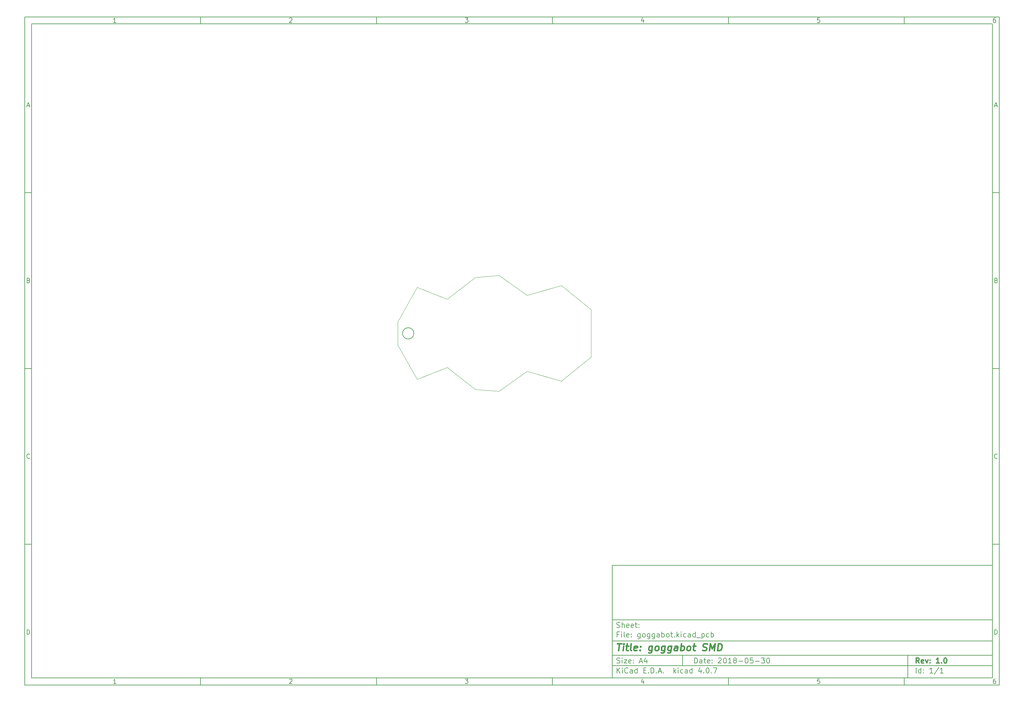
<source format=gbr>
G04 #@! TF.FileFunction,Profile,NP*
%FSLAX46Y46*%
G04 Gerber Fmt 4.6, Leading zero omitted, Abs format (unit mm)*
G04 Created by KiCad (PCBNEW 4.0.7) date 2018 May 30, Wednesday 19:48:18*
%MOMM*%
%LPD*%
G01*
G04 APERTURE LIST*
%ADD10C,0.100000*%
%ADD11C,0.150000*%
%ADD12C,0.300000*%
%ADD13C,0.400000*%
G04 APERTURE END LIST*
D10*
D11*
X177002200Y-166007200D02*
X177002200Y-198007200D01*
X285002200Y-198007200D01*
X285002200Y-166007200D01*
X177002200Y-166007200D01*
D10*
D11*
X10000000Y-10000000D02*
X10000000Y-200007200D01*
X287002200Y-200007200D01*
X287002200Y-10000000D01*
X10000000Y-10000000D01*
D10*
D11*
X12000000Y-12000000D02*
X12000000Y-198007200D01*
X285002200Y-198007200D01*
X285002200Y-12000000D01*
X12000000Y-12000000D01*
D10*
D11*
X60000000Y-12000000D02*
X60000000Y-10000000D01*
D10*
D11*
X110000000Y-12000000D02*
X110000000Y-10000000D01*
D10*
D11*
X160000000Y-12000000D02*
X160000000Y-10000000D01*
D10*
D11*
X210000000Y-12000000D02*
X210000000Y-10000000D01*
D10*
D11*
X260000000Y-12000000D02*
X260000000Y-10000000D01*
D10*
D11*
X35990476Y-11588095D02*
X35247619Y-11588095D01*
X35619048Y-11588095D02*
X35619048Y-10288095D01*
X35495238Y-10473810D01*
X35371429Y-10597619D01*
X35247619Y-10659524D01*
D10*
D11*
X85247619Y-10411905D02*
X85309524Y-10350000D01*
X85433333Y-10288095D01*
X85742857Y-10288095D01*
X85866667Y-10350000D01*
X85928571Y-10411905D01*
X85990476Y-10535714D01*
X85990476Y-10659524D01*
X85928571Y-10845238D01*
X85185714Y-11588095D01*
X85990476Y-11588095D01*
D10*
D11*
X135185714Y-10288095D02*
X135990476Y-10288095D01*
X135557143Y-10783333D01*
X135742857Y-10783333D01*
X135866667Y-10845238D01*
X135928571Y-10907143D01*
X135990476Y-11030952D01*
X135990476Y-11340476D01*
X135928571Y-11464286D01*
X135866667Y-11526190D01*
X135742857Y-11588095D01*
X135371429Y-11588095D01*
X135247619Y-11526190D01*
X135185714Y-11464286D01*
D10*
D11*
X185866667Y-10721429D02*
X185866667Y-11588095D01*
X185557143Y-10226190D02*
X185247619Y-11154762D01*
X186052381Y-11154762D01*
D10*
D11*
X235928571Y-10288095D02*
X235309524Y-10288095D01*
X235247619Y-10907143D01*
X235309524Y-10845238D01*
X235433333Y-10783333D01*
X235742857Y-10783333D01*
X235866667Y-10845238D01*
X235928571Y-10907143D01*
X235990476Y-11030952D01*
X235990476Y-11340476D01*
X235928571Y-11464286D01*
X235866667Y-11526190D01*
X235742857Y-11588095D01*
X235433333Y-11588095D01*
X235309524Y-11526190D01*
X235247619Y-11464286D01*
D10*
D11*
X285866667Y-10288095D02*
X285619048Y-10288095D01*
X285495238Y-10350000D01*
X285433333Y-10411905D01*
X285309524Y-10597619D01*
X285247619Y-10845238D01*
X285247619Y-11340476D01*
X285309524Y-11464286D01*
X285371429Y-11526190D01*
X285495238Y-11588095D01*
X285742857Y-11588095D01*
X285866667Y-11526190D01*
X285928571Y-11464286D01*
X285990476Y-11340476D01*
X285990476Y-11030952D01*
X285928571Y-10907143D01*
X285866667Y-10845238D01*
X285742857Y-10783333D01*
X285495238Y-10783333D01*
X285371429Y-10845238D01*
X285309524Y-10907143D01*
X285247619Y-11030952D01*
D10*
D11*
X60000000Y-198007200D02*
X60000000Y-200007200D01*
D10*
D11*
X110000000Y-198007200D02*
X110000000Y-200007200D01*
D10*
D11*
X160000000Y-198007200D02*
X160000000Y-200007200D01*
D10*
D11*
X210000000Y-198007200D02*
X210000000Y-200007200D01*
D10*
D11*
X260000000Y-198007200D02*
X260000000Y-200007200D01*
D10*
D11*
X35990476Y-199595295D02*
X35247619Y-199595295D01*
X35619048Y-199595295D02*
X35619048Y-198295295D01*
X35495238Y-198481010D01*
X35371429Y-198604819D01*
X35247619Y-198666724D01*
D10*
D11*
X85247619Y-198419105D02*
X85309524Y-198357200D01*
X85433333Y-198295295D01*
X85742857Y-198295295D01*
X85866667Y-198357200D01*
X85928571Y-198419105D01*
X85990476Y-198542914D01*
X85990476Y-198666724D01*
X85928571Y-198852438D01*
X85185714Y-199595295D01*
X85990476Y-199595295D01*
D10*
D11*
X135185714Y-198295295D02*
X135990476Y-198295295D01*
X135557143Y-198790533D01*
X135742857Y-198790533D01*
X135866667Y-198852438D01*
X135928571Y-198914343D01*
X135990476Y-199038152D01*
X135990476Y-199347676D01*
X135928571Y-199471486D01*
X135866667Y-199533390D01*
X135742857Y-199595295D01*
X135371429Y-199595295D01*
X135247619Y-199533390D01*
X135185714Y-199471486D01*
D10*
D11*
X185866667Y-198728629D02*
X185866667Y-199595295D01*
X185557143Y-198233390D02*
X185247619Y-199161962D01*
X186052381Y-199161962D01*
D10*
D11*
X235928571Y-198295295D02*
X235309524Y-198295295D01*
X235247619Y-198914343D01*
X235309524Y-198852438D01*
X235433333Y-198790533D01*
X235742857Y-198790533D01*
X235866667Y-198852438D01*
X235928571Y-198914343D01*
X235990476Y-199038152D01*
X235990476Y-199347676D01*
X235928571Y-199471486D01*
X235866667Y-199533390D01*
X235742857Y-199595295D01*
X235433333Y-199595295D01*
X235309524Y-199533390D01*
X235247619Y-199471486D01*
D10*
D11*
X285866667Y-198295295D02*
X285619048Y-198295295D01*
X285495238Y-198357200D01*
X285433333Y-198419105D01*
X285309524Y-198604819D01*
X285247619Y-198852438D01*
X285247619Y-199347676D01*
X285309524Y-199471486D01*
X285371429Y-199533390D01*
X285495238Y-199595295D01*
X285742857Y-199595295D01*
X285866667Y-199533390D01*
X285928571Y-199471486D01*
X285990476Y-199347676D01*
X285990476Y-199038152D01*
X285928571Y-198914343D01*
X285866667Y-198852438D01*
X285742857Y-198790533D01*
X285495238Y-198790533D01*
X285371429Y-198852438D01*
X285309524Y-198914343D01*
X285247619Y-199038152D01*
D10*
D11*
X10000000Y-60000000D02*
X12000000Y-60000000D01*
D10*
D11*
X10000000Y-110000000D02*
X12000000Y-110000000D01*
D10*
D11*
X10000000Y-160000000D02*
X12000000Y-160000000D01*
D10*
D11*
X10690476Y-35216667D02*
X11309524Y-35216667D01*
X10566667Y-35588095D02*
X11000000Y-34288095D01*
X11433333Y-35588095D01*
D10*
D11*
X11092857Y-84907143D02*
X11278571Y-84969048D01*
X11340476Y-85030952D01*
X11402381Y-85154762D01*
X11402381Y-85340476D01*
X11340476Y-85464286D01*
X11278571Y-85526190D01*
X11154762Y-85588095D01*
X10659524Y-85588095D01*
X10659524Y-84288095D01*
X11092857Y-84288095D01*
X11216667Y-84350000D01*
X11278571Y-84411905D01*
X11340476Y-84535714D01*
X11340476Y-84659524D01*
X11278571Y-84783333D01*
X11216667Y-84845238D01*
X11092857Y-84907143D01*
X10659524Y-84907143D01*
D10*
D11*
X11402381Y-135464286D02*
X11340476Y-135526190D01*
X11154762Y-135588095D01*
X11030952Y-135588095D01*
X10845238Y-135526190D01*
X10721429Y-135402381D01*
X10659524Y-135278571D01*
X10597619Y-135030952D01*
X10597619Y-134845238D01*
X10659524Y-134597619D01*
X10721429Y-134473810D01*
X10845238Y-134350000D01*
X11030952Y-134288095D01*
X11154762Y-134288095D01*
X11340476Y-134350000D01*
X11402381Y-134411905D01*
D10*
D11*
X10659524Y-185588095D02*
X10659524Y-184288095D01*
X10969048Y-184288095D01*
X11154762Y-184350000D01*
X11278571Y-184473810D01*
X11340476Y-184597619D01*
X11402381Y-184845238D01*
X11402381Y-185030952D01*
X11340476Y-185278571D01*
X11278571Y-185402381D01*
X11154762Y-185526190D01*
X10969048Y-185588095D01*
X10659524Y-185588095D01*
D10*
D11*
X287002200Y-60000000D02*
X285002200Y-60000000D01*
D10*
D11*
X287002200Y-110000000D02*
X285002200Y-110000000D01*
D10*
D11*
X287002200Y-160000000D02*
X285002200Y-160000000D01*
D10*
D11*
X285692676Y-35216667D02*
X286311724Y-35216667D01*
X285568867Y-35588095D02*
X286002200Y-34288095D01*
X286435533Y-35588095D01*
D10*
D11*
X286095057Y-84907143D02*
X286280771Y-84969048D01*
X286342676Y-85030952D01*
X286404581Y-85154762D01*
X286404581Y-85340476D01*
X286342676Y-85464286D01*
X286280771Y-85526190D01*
X286156962Y-85588095D01*
X285661724Y-85588095D01*
X285661724Y-84288095D01*
X286095057Y-84288095D01*
X286218867Y-84350000D01*
X286280771Y-84411905D01*
X286342676Y-84535714D01*
X286342676Y-84659524D01*
X286280771Y-84783333D01*
X286218867Y-84845238D01*
X286095057Y-84907143D01*
X285661724Y-84907143D01*
D10*
D11*
X286404581Y-135464286D02*
X286342676Y-135526190D01*
X286156962Y-135588095D01*
X286033152Y-135588095D01*
X285847438Y-135526190D01*
X285723629Y-135402381D01*
X285661724Y-135278571D01*
X285599819Y-135030952D01*
X285599819Y-134845238D01*
X285661724Y-134597619D01*
X285723629Y-134473810D01*
X285847438Y-134350000D01*
X286033152Y-134288095D01*
X286156962Y-134288095D01*
X286342676Y-134350000D01*
X286404581Y-134411905D01*
D10*
D11*
X285661724Y-185588095D02*
X285661724Y-184288095D01*
X285971248Y-184288095D01*
X286156962Y-184350000D01*
X286280771Y-184473810D01*
X286342676Y-184597619D01*
X286404581Y-184845238D01*
X286404581Y-185030952D01*
X286342676Y-185278571D01*
X286280771Y-185402381D01*
X286156962Y-185526190D01*
X285971248Y-185588095D01*
X285661724Y-185588095D01*
D10*
D11*
X200359343Y-193785771D02*
X200359343Y-192285771D01*
X200716486Y-192285771D01*
X200930771Y-192357200D01*
X201073629Y-192500057D01*
X201145057Y-192642914D01*
X201216486Y-192928629D01*
X201216486Y-193142914D01*
X201145057Y-193428629D01*
X201073629Y-193571486D01*
X200930771Y-193714343D01*
X200716486Y-193785771D01*
X200359343Y-193785771D01*
X202502200Y-193785771D02*
X202502200Y-193000057D01*
X202430771Y-192857200D01*
X202287914Y-192785771D01*
X202002200Y-192785771D01*
X201859343Y-192857200D01*
X202502200Y-193714343D02*
X202359343Y-193785771D01*
X202002200Y-193785771D01*
X201859343Y-193714343D01*
X201787914Y-193571486D01*
X201787914Y-193428629D01*
X201859343Y-193285771D01*
X202002200Y-193214343D01*
X202359343Y-193214343D01*
X202502200Y-193142914D01*
X203002200Y-192785771D02*
X203573629Y-192785771D01*
X203216486Y-192285771D02*
X203216486Y-193571486D01*
X203287914Y-193714343D01*
X203430772Y-193785771D01*
X203573629Y-193785771D01*
X204645057Y-193714343D02*
X204502200Y-193785771D01*
X204216486Y-193785771D01*
X204073629Y-193714343D01*
X204002200Y-193571486D01*
X204002200Y-193000057D01*
X204073629Y-192857200D01*
X204216486Y-192785771D01*
X204502200Y-192785771D01*
X204645057Y-192857200D01*
X204716486Y-193000057D01*
X204716486Y-193142914D01*
X204002200Y-193285771D01*
X205359343Y-193642914D02*
X205430771Y-193714343D01*
X205359343Y-193785771D01*
X205287914Y-193714343D01*
X205359343Y-193642914D01*
X205359343Y-193785771D01*
X205359343Y-192857200D02*
X205430771Y-192928629D01*
X205359343Y-193000057D01*
X205287914Y-192928629D01*
X205359343Y-192857200D01*
X205359343Y-193000057D01*
X207145057Y-192428629D02*
X207216486Y-192357200D01*
X207359343Y-192285771D01*
X207716486Y-192285771D01*
X207859343Y-192357200D01*
X207930772Y-192428629D01*
X208002200Y-192571486D01*
X208002200Y-192714343D01*
X207930772Y-192928629D01*
X207073629Y-193785771D01*
X208002200Y-193785771D01*
X208930771Y-192285771D02*
X209073628Y-192285771D01*
X209216485Y-192357200D01*
X209287914Y-192428629D01*
X209359343Y-192571486D01*
X209430771Y-192857200D01*
X209430771Y-193214343D01*
X209359343Y-193500057D01*
X209287914Y-193642914D01*
X209216485Y-193714343D01*
X209073628Y-193785771D01*
X208930771Y-193785771D01*
X208787914Y-193714343D01*
X208716485Y-193642914D01*
X208645057Y-193500057D01*
X208573628Y-193214343D01*
X208573628Y-192857200D01*
X208645057Y-192571486D01*
X208716485Y-192428629D01*
X208787914Y-192357200D01*
X208930771Y-192285771D01*
X210859342Y-193785771D02*
X210002199Y-193785771D01*
X210430771Y-193785771D02*
X210430771Y-192285771D01*
X210287914Y-192500057D01*
X210145056Y-192642914D01*
X210002199Y-192714343D01*
X211716485Y-192928629D02*
X211573627Y-192857200D01*
X211502199Y-192785771D01*
X211430770Y-192642914D01*
X211430770Y-192571486D01*
X211502199Y-192428629D01*
X211573627Y-192357200D01*
X211716485Y-192285771D01*
X212002199Y-192285771D01*
X212145056Y-192357200D01*
X212216485Y-192428629D01*
X212287913Y-192571486D01*
X212287913Y-192642914D01*
X212216485Y-192785771D01*
X212145056Y-192857200D01*
X212002199Y-192928629D01*
X211716485Y-192928629D01*
X211573627Y-193000057D01*
X211502199Y-193071486D01*
X211430770Y-193214343D01*
X211430770Y-193500057D01*
X211502199Y-193642914D01*
X211573627Y-193714343D01*
X211716485Y-193785771D01*
X212002199Y-193785771D01*
X212145056Y-193714343D01*
X212216485Y-193642914D01*
X212287913Y-193500057D01*
X212287913Y-193214343D01*
X212216485Y-193071486D01*
X212145056Y-193000057D01*
X212002199Y-192928629D01*
X212930770Y-193214343D02*
X214073627Y-193214343D01*
X215073627Y-192285771D02*
X215216484Y-192285771D01*
X215359341Y-192357200D01*
X215430770Y-192428629D01*
X215502199Y-192571486D01*
X215573627Y-192857200D01*
X215573627Y-193214343D01*
X215502199Y-193500057D01*
X215430770Y-193642914D01*
X215359341Y-193714343D01*
X215216484Y-193785771D01*
X215073627Y-193785771D01*
X214930770Y-193714343D01*
X214859341Y-193642914D01*
X214787913Y-193500057D01*
X214716484Y-193214343D01*
X214716484Y-192857200D01*
X214787913Y-192571486D01*
X214859341Y-192428629D01*
X214930770Y-192357200D01*
X215073627Y-192285771D01*
X216930770Y-192285771D02*
X216216484Y-192285771D01*
X216145055Y-193000057D01*
X216216484Y-192928629D01*
X216359341Y-192857200D01*
X216716484Y-192857200D01*
X216859341Y-192928629D01*
X216930770Y-193000057D01*
X217002198Y-193142914D01*
X217002198Y-193500057D01*
X216930770Y-193642914D01*
X216859341Y-193714343D01*
X216716484Y-193785771D01*
X216359341Y-193785771D01*
X216216484Y-193714343D01*
X216145055Y-193642914D01*
X217645055Y-193214343D02*
X218787912Y-193214343D01*
X219359341Y-192285771D02*
X220287912Y-192285771D01*
X219787912Y-192857200D01*
X220002198Y-192857200D01*
X220145055Y-192928629D01*
X220216484Y-193000057D01*
X220287912Y-193142914D01*
X220287912Y-193500057D01*
X220216484Y-193642914D01*
X220145055Y-193714343D01*
X220002198Y-193785771D01*
X219573626Y-193785771D01*
X219430769Y-193714343D01*
X219359341Y-193642914D01*
X221216483Y-192285771D02*
X221359340Y-192285771D01*
X221502197Y-192357200D01*
X221573626Y-192428629D01*
X221645055Y-192571486D01*
X221716483Y-192857200D01*
X221716483Y-193214343D01*
X221645055Y-193500057D01*
X221573626Y-193642914D01*
X221502197Y-193714343D01*
X221359340Y-193785771D01*
X221216483Y-193785771D01*
X221073626Y-193714343D01*
X221002197Y-193642914D01*
X220930769Y-193500057D01*
X220859340Y-193214343D01*
X220859340Y-192857200D01*
X220930769Y-192571486D01*
X221002197Y-192428629D01*
X221073626Y-192357200D01*
X221216483Y-192285771D01*
D10*
D11*
X177002200Y-194507200D02*
X285002200Y-194507200D01*
D10*
D11*
X178359343Y-196585771D02*
X178359343Y-195085771D01*
X179216486Y-196585771D02*
X178573629Y-195728629D01*
X179216486Y-195085771D02*
X178359343Y-195942914D01*
X179859343Y-196585771D02*
X179859343Y-195585771D01*
X179859343Y-195085771D02*
X179787914Y-195157200D01*
X179859343Y-195228629D01*
X179930771Y-195157200D01*
X179859343Y-195085771D01*
X179859343Y-195228629D01*
X181430772Y-196442914D02*
X181359343Y-196514343D01*
X181145057Y-196585771D01*
X181002200Y-196585771D01*
X180787915Y-196514343D01*
X180645057Y-196371486D01*
X180573629Y-196228629D01*
X180502200Y-195942914D01*
X180502200Y-195728629D01*
X180573629Y-195442914D01*
X180645057Y-195300057D01*
X180787915Y-195157200D01*
X181002200Y-195085771D01*
X181145057Y-195085771D01*
X181359343Y-195157200D01*
X181430772Y-195228629D01*
X182716486Y-196585771D02*
X182716486Y-195800057D01*
X182645057Y-195657200D01*
X182502200Y-195585771D01*
X182216486Y-195585771D01*
X182073629Y-195657200D01*
X182716486Y-196514343D02*
X182573629Y-196585771D01*
X182216486Y-196585771D01*
X182073629Y-196514343D01*
X182002200Y-196371486D01*
X182002200Y-196228629D01*
X182073629Y-196085771D01*
X182216486Y-196014343D01*
X182573629Y-196014343D01*
X182716486Y-195942914D01*
X184073629Y-196585771D02*
X184073629Y-195085771D01*
X184073629Y-196514343D02*
X183930772Y-196585771D01*
X183645058Y-196585771D01*
X183502200Y-196514343D01*
X183430772Y-196442914D01*
X183359343Y-196300057D01*
X183359343Y-195871486D01*
X183430772Y-195728629D01*
X183502200Y-195657200D01*
X183645058Y-195585771D01*
X183930772Y-195585771D01*
X184073629Y-195657200D01*
X185930772Y-195800057D02*
X186430772Y-195800057D01*
X186645058Y-196585771D02*
X185930772Y-196585771D01*
X185930772Y-195085771D01*
X186645058Y-195085771D01*
X187287915Y-196442914D02*
X187359343Y-196514343D01*
X187287915Y-196585771D01*
X187216486Y-196514343D01*
X187287915Y-196442914D01*
X187287915Y-196585771D01*
X188002201Y-196585771D02*
X188002201Y-195085771D01*
X188359344Y-195085771D01*
X188573629Y-195157200D01*
X188716487Y-195300057D01*
X188787915Y-195442914D01*
X188859344Y-195728629D01*
X188859344Y-195942914D01*
X188787915Y-196228629D01*
X188716487Y-196371486D01*
X188573629Y-196514343D01*
X188359344Y-196585771D01*
X188002201Y-196585771D01*
X189502201Y-196442914D02*
X189573629Y-196514343D01*
X189502201Y-196585771D01*
X189430772Y-196514343D01*
X189502201Y-196442914D01*
X189502201Y-196585771D01*
X190145058Y-196157200D02*
X190859344Y-196157200D01*
X190002201Y-196585771D02*
X190502201Y-195085771D01*
X191002201Y-196585771D01*
X191502201Y-196442914D02*
X191573629Y-196514343D01*
X191502201Y-196585771D01*
X191430772Y-196514343D01*
X191502201Y-196442914D01*
X191502201Y-196585771D01*
X194502201Y-196585771D02*
X194502201Y-195085771D01*
X194645058Y-196014343D02*
X195073629Y-196585771D01*
X195073629Y-195585771D02*
X194502201Y-196157200D01*
X195716487Y-196585771D02*
X195716487Y-195585771D01*
X195716487Y-195085771D02*
X195645058Y-195157200D01*
X195716487Y-195228629D01*
X195787915Y-195157200D01*
X195716487Y-195085771D01*
X195716487Y-195228629D01*
X197073630Y-196514343D02*
X196930773Y-196585771D01*
X196645059Y-196585771D01*
X196502201Y-196514343D01*
X196430773Y-196442914D01*
X196359344Y-196300057D01*
X196359344Y-195871486D01*
X196430773Y-195728629D01*
X196502201Y-195657200D01*
X196645059Y-195585771D01*
X196930773Y-195585771D01*
X197073630Y-195657200D01*
X198359344Y-196585771D02*
X198359344Y-195800057D01*
X198287915Y-195657200D01*
X198145058Y-195585771D01*
X197859344Y-195585771D01*
X197716487Y-195657200D01*
X198359344Y-196514343D02*
X198216487Y-196585771D01*
X197859344Y-196585771D01*
X197716487Y-196514343D01*
X197645058Y-196371486D01*
X197645058Y-196228629D01*
X197716487Y-196085771D01*
X197859344Y-196014343D01*
X198216487Y-196014343D01*
X198359344Y-195942914D01*
X199716487Y-196585771D02*
X199716487Y-195085771D01*
X199716487Y-196514343D02*
X199573630Y-196585771D01*
X199287916Y-196585771D01*
X199145058Y-196514343D01*
X199073630Y-196442914D01*
X199002201Y-196300057D01*
X199002201Y-195871486D01*
X199073630Y-195728629D01*
X199145058Y-195657200D01*
X199287916Y-195585771D01*
X199573630Y-195585771D01*
X199716487Y-195657200D01*
X202216487Y-195585771D02*
X202216487Y-196585771D01*
X201859344Y-195014343D02*
X201502201Y-196085771D01*
X202430773Y-196085771D01*
X203002201Y-196442914D02*
X203073629Y-196514343D01*
X203002201Y-196585771D01*
X202930772Y-196514343D01*
X203002201Y-196442914D01*
X203002201Y-196585771D01*
X204002201Y-195085771D02*
X204145058Y-195085771D01*
X204287915Y-195157200D01*
X204359344Y-195228629D01*
X204430773Y-195371486D01*
X204502201Y-195657200D01*
X204502201Y-196014343D01*
X204430773Y-196300057D01*
X204359344Y-196442914D01*
X204287915Y-196514343D01*
X204145058Y-196585771D01*
X204002201Y-196585771D01*
X203859344Y-196514343D01*
X203787915Y-196442914D01*
X203716487Y-196300057D01*
X203645058Y-196014343D01*
X203645058Y-195657200D01*
X203716487Y-195371486D01*
X203787915Y-195228629D01*
X203859344Y-195157200D01*
X204002201Y-195085771D01*
X205145058Y-196442914D02*
X205216486Y-196514343D01*
X205145058Y-196585771D01*
X205073629Y-196514343D01*
X205145058Y-196442914D01*
X205145058Y-196585771D01*
X205716487Y-195085771D02*
X206716487Y-195085771D01*
X206073630Y-196585771D01*
D10*
D11*
X177002200Y-191507200D02*
X285002200Y-191507200D01*
D10*
D12*
X264216486Y-193785771D02*
X263716486Y-193071486D01*
X263359343Y-193785771D02*
X263359343Y-192285771D01*
X263930771Y-192285771D01*
X264073629Y-192357200D01*
X264145057Y-192428629D01*
X264216486Y-192571486D01*
X264216486Y-192785771D01*
X264145057Y-192928629D01*
X264073629Y-193000057D01*
X263930771Y-193071486D01*
X263359343Y-193071486D01*
X265430771Y-193714343D02*
X265287914Y-193785771D01*
X265002200Y-193785771D01*
X264859343Y-193714343D01*
X264787914Y-193571486D01*
X264787914Y-193000057D01*
X264859343Y-192857200D01*
X265002200Y-192785771D01*
X265287914Y-192785771D01*
X265430771Y-192857200D01*
X265502200Y-193000057D01*
X265502200Y-193142914D01*
X264787914Y-193285771D01*
X266002200Y-192785771D02*
X266359343Y-193785771D01*
X266716485Y-192785771D01*
X267287914Y-193642914D02*
X267359342Y-193714343D01*
X267287914Y-193785771D01*
X267216485Y-193714343D01*
X267287914Y-193642914D01*
X267287914Y-193785771D01*
X267287914Y-192857200D02*
X267359342Y-192928629D01*
X267287914Y-193000057D01*
X267216485Y-192928629D01*
X267287914Y-192857200D01*
X267287914Y-193000057D01*
X269930771Y-193785771D02*
X269073628Y-193785771D01*
X269502200Y-193785771D02*
X269502200Y-192285771D01*
X269359343Y-192500057D01*
X269216485Y-192642914D01*
X269073628Y-192714343D01*
X270573628Y-193642914D02*
X270645056Y-193714343D01*
X270573628Y-193785771D01*
X270502199Y-193714343D01*
X270573628Y-193642914D01*
X270573628Y-193785771D01*
X271573628Y-192285771D02*
X271716485Y-192285771D01*
X271859342Y-192357200D01*
X271930771Y-192428629D01*
X272002200Y-192571486D01*
X272073628Y-192857200D01*
X272073628Y-193214343D01*
X272002200Y-193500057D01*
X271930771Y-193642914D01*
X271859342Y-193714343D01*
X271716485Y-193785771D01*
X271573628Y-193785771D01*
X271430771Y-193714343D01*
X271359342Y-193642914D01*
X271287914Y-193500057D01*
X271216485Y-193214343D01*
X271216485Y-192857200D01*
X271287914Y-192571486D01*
X271359342Y-192428629D01*
X271430771Y-192357200D01*
X271573628Y-192285771D01*
D10*
D11*
X178287914Y-193714343D02*
X178502200Y-193785771D01*
X178859343Y-193785771D01*
X179002200Y-193714343D01*
X179073629Y-193642914D01*
X179145057Y-193500057D01*
X179145057Y-193357200D01*
X179073629Y-193214343D01*
X179002200Y-193142914D01*
X178859343Y-193071486D01*
X178573629Y-193000057D01*
X178430771Y-192928629D01*
X178359343Y-192857200D01*
X178287914Y-192714343D01*
X178287914Y-192571486D01*
X178359343Y-192428629D01*
X178430771Y-192357200D01*
X178573629Y-192285771D01*
X178930771Y-192285771D01*
X179145057Y-192357200D01*
X179787914Y-193785771D02*
X179787914Y-192785771D01*
X179787914Y-192285771D02*
X179716485Y-192357200D01*
X179787914Y-192428629D01*
X179859342Y-192357200D01*
X179787914Y-192285771D01*
X179787914Y-192428629D01*
X180359343Y-192785771D02*
X181145057Y-192785771D01*
X180359343Y-193785771D01*
X181145057Y-193785771D01*
X182287914Y-193714343D02*
X182145057Y-193785771D01*
X181859343Y-193785771D01*
X181716486Y-193714343D01*
X181645057Y-193571486D01*
X181645057Y-193000057D01*
X181716486Y-192857200D01*
X181859343Y-192785771D01*
X182145057Y-192785771D01*
X182287914Y-192857200D01*
X182359343Y-193000057D01*
X182359343Y-193142914D01*
X181645057Y-193285771D01*
X183002200Y-193642914D02*
X183073628Y-193714343D01*
X183002200Y-193785771D01*
X182930771Y-193714343D01*
X183002200Y-193642914D01*
X183002200Y-193785771D01*
X183002200Y-192857200D02*
X183073628Y-192928629D01*
X183002200Y-193000057D01*
X182930771Y-192928629D01*
X183002200Y-192857200D01*
X183002200Y-193000057D01*
X184787914Y-193357200D02*
X185502200Y-193357200D01*
X184645057Y-193785771D02*
X185145057Y-192285771D01*
X185645057Y-193785771D01*
X186787914Y-192785771D02*
X186787914Y-193785771D01*
X186430771Y-192214343D02*
X186073628Y-193285771D01*
X187002200Y-193285771D01*
D10*
D11*
X263359343Y-196585771D02*
X263359343Y-195085771D01*
X264716486Y-196585771D02*
X264716486Y-195085771D01*
X264716486Y-196514343D02*
X264573629Y-196585771D01*
X264287915Y-196585771D01*
X264145057Y-196514343D01*
X264073629Y-196442914D01*
X264002200Y-196300057D01*
X264002200Y-195871486D01*
X264073629Y-195728629D01*
X264145057Y-195657200D01*
X264287915Y-195585771D01*
X264573629Y-195585771D01*
X264716486Y-195657200D01*
X265430772Y-196442914D02*
X265502200Y-196514343D01*
X265430772Y-196585771D01*
X265359343Y-196514343D01*
X265430772Y-196442914D01*
X265430772Y-196585771D01*
X265430772Y-195657200D02*
X265502200Y-195728629D01*
X265430772Y-195800057D01*
X265359343Y-195728629D01*
X265430772Y-195657200D01*
X265430772Y-195800057D01*
X268073629Y-196585771D02*
X267216486Y-196585771D01*
X267645058Y-196585771D02*
X267645058Y-195085771D01*
X267502201Y-195300057D01*
X267359343Y-195442914D01*
X267216486Y-195514343D01*
X269787914Y-195014343D02*
X268502200Y-196942914D01*
X271073629Y-196585771D02*
X270216486Y-196585771D01*
X270645058Y-196585771D02*
X270645058Y-195085771D01*
X270502201Y-195300057D01*
X270359343Y-195442914D01*
X270216486Y-195514343D01*
D10*
D11*
X177002200Y-187507200D02*
X285002200Y-187507200D01*
D10*
D13*
X178454581Y-188211962D02*
X179597438Y-188211962D01*
X178776010Y-190211962D02*
X179026010Y-188211962D01*
X180014105Y-190211962D02*
X180180771Y-188878629D01*
X180264105Y-188211962D02*
X180156962Y-188307200D01*
X180240295Y-188402438D01*
X180347439Y-188307200D01*
X180264105Y-188211962D01*
X180240295Y-188402438D01*
X180847438Y-188878629D02*
X181609343Y-188878629D01*
X181216486Y-188211962D02*
X181002200Y-189926248D01*
X181073630Y-190116724D01*
X181252201Y-190211962D01*
X181442677Y-190211962D01*
X182395058Y-190211962D02*
X182216487Y-190116724D01*
X182145057Y-189926248D01*
X182359343Y-188211962D01*
X183930772Y-190116724D02*
X183728391Y-190211962D01*
X183347439Y-190211962D01*
X183168867Y-190116724D01*
X183097438Y-189926248D01*
X183192676Y-189164343D01*
X183311724Y-188973867D01*
X183514105Y-188878629D01*
X183895057Y-188878629D01*
X184073629Y-188973867D01*
X184145057Y-189164343D01*
X184121248Y-189354819D01*
X183145057Y-189545295D01*
X184895057Y-190021486D02*
X184978392Y-190116724D01*
X184871248Y-190211962D01*
X184787915Y-190116724D01*
X184895057Y-190021486D01*
X184871248Y-190211962D01*
X185026010Y-188973867D02*
X185109344Y-189069105D01*
X185002200Y-189164343D01*
X184918867Y-189069105D01*
X185026010Y-188973867D01*
X185002200Y-189164343D01*
X188371248Y-188878629D02*
X188168867Y-190497676D01*
X188049820Y-190688152D01*
X187942677Y-190783390D01*
X187740296Y-190878629D01*
X187454582Y-190878629D01*
X187276010Y-190783390D01*
X188216487Y-190116724D02*
X188014106Y-190211962D01*
X187633154Y-190211962D01*
X187454583Y-190116724D01*
X187371248Y-190021486D01*
X187299820Y-189831010D01*
X187371248Y-189259581D01*
X187490296Y-189069105D01*
X187597440Y-188973867D01*
X187799820Y-188878629D01*
X188180772Y-188878629D01*
X188359344Y-188973867D01*
X189442678Y-190211962D02*
X189264107Y-190116724D01*
X189180772Y-190021486D01*
X189109344Y-189831010D01*
X189180772Y-189259581D01*
X189299820Y-189069105D01*
X189406964Y-188973867D01*
X189609344Y-188878629D01*
X189895058Y-188878629D01*
X190073630Y-188973867D01*
X190156963Y-189069105D01*
X190228391Y-189259581D01*
X190156963Y-189831010D01*
X190037915Y-190021486D01*
X189930773Y-190116724D01*
X189728392Y-190211962D01*
X189442678Y-190211962D01*
X191990296Y-188878629D02*
X191787915Y-190497676D01*
X191668868Y-190688152D01*
X191561725Y-190783390D01*
X191359344Y-190878629D01*
X191073630Y-190878629D01*
X190895058Y-190783390D01*
X191835535Y-190116724D02*
X191633154Y-190211962D01*
X191252202Y-190211962D01*
X191073631Y-190116724D01*
X190990296Y-190021486D01*
X190918868Y-189831010D01*
X190990296Y-189259581D01*
X191109344Y-189069105D01*
X191216488Y-188973867D01*
X191418868Y-188878629D01*
X191799820Y-188878629D01*
X191978392Y-188973867D01*
X193799820Y-188878629D02*
X193597439Y-190497676D01*
X193478392Y-190688152D01*
X193371249Y-190783390D01*
X193168868Y-190878629D01*
X192883154Y-190878629D01*
X192704582Y-190783390D01*
X193645059Y-190116724D02*
X193442678Y-190211962D01*
X193061726Y-190211962D01*
X192883155Y-190116724D01*
X192799820Y-190021486D01*
X192728392Y-189831010D01*
X192799820Y-189259581D01*
X192918868Y-189069105D01*
X193026012Y-188973867D01*
X193228392Y-188878629D01*
X193609344Y-188878629D01*
X193787916Y-188973867D01*
X195442678Y-190211962D02*
X195573630Y-189164343D01*
X195502202Y-188973867D01*
X195323630Y-188878629D01*
X194942678Y-188878629D01*
X194740297Y-188973867D01*
X195454583Y-190116724D02*
X195252202Y-190211962D01*
X194776012Y-190211962D01*
X194597440Y-190116724D01*
X194526011Y-189926248D01*
X194549821Y-189735771D01*
X194668868Y-189545295D01*
X194871250Y-189450057D01*
X195347440Y-189450057D01*
X195549821Y-189354819D01*
X196395059Y-190211962D02*
X196645059Y-188211962D01*
X196549821Y-188973867D02*
X196752202Y-188878629D01*
X197133154Y-188878629D01*
X197311726Y-188973867D01*
X197395059Y-189069105D01*
X197466487Y-189259581D01*
X197395059Y-189831010D01*
X197276011Y-190021486D01*
X197168869Y-190116724D01*
X196966488Y-190211962D01*
X196585536Y-190211962D01*
X196406964Y-190116724D01*
X198490298Y-190211962D02*
X198311727Y-190116724D01*
X198228392Y-190021486D01*
X198156964Y-189831010D01*
X198228392Y-189259581D01*
X198347440Y-189069105D01*
X198454584Y-188973867D01*
X198656964Y-188878629D01*
X198942678Y-188878629D01*
X199121250Y-188973867D01*
X199204583Y-189069105D01*
X199276011Y-189259581D01*
X199204583Y-189831010D01*
X199085535Y-190021486D01*
X198978393Y-190116724D01*
X198776012Y-190211962D01*
X198490298Y-190211962D01*
X199895059Y-188878629D02*
X200656964Y-188878629D01*
X200264107Y-188211962D02*
X200049821Y-189926248D01*
X200121251Y-190116724D01*
X200299822Y-190211962D01*
X200490298Y-190211962D01*
X202597441Y-190116724D02*
X202871251Y-190211962D01*
X203347441Y-190211962D01*
X203549822Y-190116724D01*
X203656964Y-190021486D01*
X203776013Y-189831010D01*
X203799822Y-189640533D01*
X203728393Y-189450057D01*
X203645060Y-189354819D01*
X203466488Y-189259581D01*
X203097441Y-189164343D01*
X202918870Y-189069105D01*
X202835536Y-188973867D01*
X202764107Y-188783390D01*
X202787917Y-188592914D01*
X202906964Y-188402438D01*
X203014108Y-188307200D01*
X203216489Y-188211962D01*
X203692679Y-188211962D01*
X203966489Y-188307200D01*
X204585536Y-190211962D02*
X204835536Y-188211962D01*
X205323631Y-189640533D01*
X206168870Y-188211962D01*
X205918870Y-190211962D01*
X206871250Y-190211962D02*
X207121250Y-188211962D01*
X207597441Y-188211962D01*
X207871250Y-188307200D01*
X208037917Y-188497676D01*
X208109346Y-188688152D01*
X208156965Y-189069105D01*
X208121251Y-189354819D01*
X207978394Y-189735771D01*
X207859345Y-189926248D01*
X207645060Y-190116724D01*
X207347441Y-190211962D01*
X206871250Y-190211962D01*
D10*
D11*
X178859343Y-185600057D02*
X178359343Y-185600057D01*
X178359343Y-186385771D02*
X178359343Y-184885771D01*
X179073629Y-184885771D01*
X179645057Y-186385771D02*
X179645057Y-185385771D01*
X179645057Y-184885771D02*
X179573628Y-184957200D01*
X179645057Y-185028629D01*
X179716485Y-184957200D01*
X179645057Y-184885771D01*
X179645057Y-185028629D01*
X180573629Y-186385771D02*
X180430771Y-186314343D01*
X180359343Y-186171486D01*
X180359343Y-184885771D01*
X181716485Y-186314343D02*
X181573628Y-186385771D01*
X181287914Y-186385771D01*
X181145057Y-186314343D01*
X181073628Y-186171486D01*
X181073628Y-185600057D01*
X181145057Y-185457200D01*
X181287914Y-185385771D01*
X181573628Y-185385771D01*
X181716485Y-185457200D01*
X181787914Y-185600057D01*
X181787914Y-185742914D01*
X181073628Y-185885771D01*
X182430771Y-186242914D02*
X182502199Y-186314343D01*
X182430771Y-186385771D01*
X182359342Y-186314343D01*
X182430771Y-186242914D01*
X182430771Y-186385771D01*
X182430771Y-185457200D02*
X182502199Y-185528629D01*
X182430771Y-185600057D01*
X182359342Y-185528629D01*
X182430771Y-185457200D01*
X182430771Y-185600057D01*
X184930771Y-185385771D02*
X184930771Y-186600057D01*
X184859342Y-186742914D01*
X184787914Y-186814343D01*
X184645057Y-186885771D01*
X184430771Y-186885771D01*
X184287914Y-186814343D01*
X184930771Y-186314343D02*
X184787914Y-186385771D01*
X184502200Y-186385771D01*
X184359342Y-186314343D01*
X184287914Y-186242914D01*
X184216485Y-186100057D01*
X184216485Y-185671486D01*
X184287914Y-185528629D01*
X184359342Y-185457200D01*
X184502200Y-185385771D01*
X184787914Y-185385771D01*
X184930771Y-185457200D01*
X185859343Y-186385771D02*
X185716485Y-186314343D01*
X185645057Y-186242914D01*
X185573628Y-186100057D01*
X185573628Y-185671486D01*
X185645057Y-185528629D01*
X185716485Y-185457200D01*
X185859343Y-185385771D01*
X186073628Y-185385771D01*
X186216485Y-185457200D01*
X186287914Y-185528629D01*
X186359343Y-185671486D01*
X186359343Y-186100057D01*
X186287914Y-186242914D01*
X186216485Y-186314343D01*
X186073628Y-186385771D01*
X185859343Y-186385771D01*
X187645057Y-185385771D02*
X187645057Y-186600057D01*
X187573628Y-186742914D01*
X187502200Y-186814343D01*
X187359343Y-186885771D01*
X187145057Y-186885771D01*
X187002200Y-186814343D01*
X187645057Y-186314343D02*
X187502200Y-186385771D01*
X187216486Y-186385771D01*
X187073628Y-186314343D01*
X187002200Y-186242914D01*
X186930771Y-186100057D01*
X186930771Y-185671486D01*
X187002200Y-185528629D01*
X187073628Y-185457200D01*
X187216486Y-185385771D01*
X187502200Y-185385771D01*
X187645057Y-185457200D01*
X189002200Y-185385771D02*
X189002200Y-186600057D01*
X188930771Y-186742914D01*
X188859343Y-186814343D01*
X188716486Y-186885771D01*
X188502200Y-186885771D01*
X188359343Y-186814343D01*
X189002200Y-186314343D02*
X188859343Y-186385771D01*
X188573629Y-186385771D01*
X188430771Y-186314343D01*
X188359343Y-186242914D01*
X188287914Y-186100057D01*
X188287914Y-185671486D01*
X188359343Y-185528629D01*
X188430771Y-185457200D01*
X188573629Y-185385771D01*
X188859343Y-185385771D01*
X189002200Y-185457200D01*
X190359343Y-186385771D02*
X190359343Y-185600057D01*
X190287914Y-185457200D01*
X190145057Y-185385771D01*
X189859343Y-185385771D01*
X189716486Y-185457200D01*
X190359343Y-186314343D02*
X190216486Y-186385771D01*
X189859343Y-186385771D01*
X189716486Y-186314343D01*
X189645057Y-186171486D01*
X189645057Y-186028629D01*
X189716486Y-185885771D01*
X189859343Y-185814343D01*
X190216486Y-185814343D01*
X190359343Y-185742914D01*
X191073629Y-186385771D02*
X191073629Y-184885771D01*
X191073629Y-185457200D02*
X191216486Y-185385771D01*
X191502200Y-185385771D01*
X191645057Y-185457200D01*
X191716486Y-185528629D01*
X191787915Y-185671486D01*
X191787915Y-186100057D01*
X191716486Y-186242914D01*
X191645057Y-186314343D01*
X191502200Y-186385771D01*
X191216486Y-186385771D01*
X191073629Y-186314343D01*
X192645058Y-186385771D02*
X192502200Y-186314343D01*
X192430772Y-186242914D01*
X192359343Y-186100057D01*
X192359343Y-185671486D01*
X192430772Y-185528629D01*
X192502200Y-185457200D01*
X192645058Y-185385771D01*
X192859343Y-185385771D01*
X193002200Y-185457200D01*
X193073629Y-185528629D01*
X193145058Y-185671486D01*
X193145058Y-186100057D01*
X193073629Y-186242914D01*
X193002200Y-186314343D01*
X192859343Y-186385771D01*
X192645058Y-186385771D01*
X193573629Y-185385771D02*
X194145058Y-185385771D01*
X193787915Y-184885771D02*
X193787915Y-186171486D01*
X193859343Y-186314343D01*
X194002201Y-186385771D01*
X194145058Y-186385771D01*
X194645058Y-186242914D02*
X194716486Y-186314343D01*
X194645058Y-186385771D01*
X194573629Y-186314343D01*
X194645058Y-186242914D01*
X194645058Y-186385771D01*
X195359344Y-186385771D02*
X195359344Y-184885771D01*
X195502201Y-185814343D02*
X195930772Y-186385771D01*
X195930772Y-185385771D02*
X195359344Y-185957200D01*
X196573630Y-186385771D02*
X196573630Y-185385771D01*
X196573630Y-184885771D02*
X196502201Y-184957200D01*
X196573630Y-185028629D01*
X196645058Y-184957200D01*
X196573630Y-184885771D01*
X196573630Y-185028629D01*
X197930773Y-186314343D02*
X197787916Y-186385771D01*
X197502202Y-186385771D01*
X197359344Y-186314343D01*
X197287916Y-186242914D01*
X197216487Y-186100057D01*
X197216487Y-185671486D01*
X197287916Y-185528629D01*
X197359344Y-185457200D01*
X197502202Y-185385771D01*
X197787916Y-185385771D01*
X197930773Y-185457200D01*
X199216487Y-186385771D02*
X199216487Y-185600057D01*
X199145058Y-185457200D01*
X199002201Y-185385771D01*
X198716487Y-185385771D01*
X198573630Y-185457200D01*
X199216487Y-186314343D02*
X199073630Y-186385771D01*
X198716487Y-186385771D01*
X198573630Y-186314343D01*
X198502201Y-186171486D01*
X198502201Y-186028629D01*
X198573630Y-185885771D01*
X198716487Y-185814343D01*
X199073630Y-185814343D01*
X199216487Y-185742914D01*
X200573630Y-186385771D02*
X200573630Y-184885771D01*
X200573630Y-186314343D02*
X200430773Y-186385771D01*
X200145059Y-186385771D01*
X200002201Y-186314343D01*
X199930773Y-186242914D01*
X199859344Y-186100057D01*
X199859344Y-185671486D01*
X199930773Y-185528629D01*
X200002201Y-185457200D01*
X200145059Y-185385771D01*
X200430773Y-185385771D01*
X200573630Y-185457200D01*
X200930773Y-186528629D02*
X202073630Y-186528629D01*
X202430773Y-185385771D02*
X202430773Y-186885771D01*
X202430773Y-185457200D02*
X202573630Y-185385771D01*
X202859344Y-185385771D01*
X203002201Y-185457200D01*
X203073630Y-185528629D01*
X203145059Y-185671486D01*
X203145059Y-186100057D01*
X203073630Y-186242914D01*
X203002201Y-186314343D01*
X202859344Y-186385771D01*
X202573630Y-186385771D01*
X202430773Y-186314343D01*
X204430773Y-186314343D02*
X204287916Y-186385771D01*
X204002202Y-186385771D01*
X203859344Y-186314343D01*
X203787916Y-186242914D01*
X203716487Y-186100057D01*
X203716487Y-185671486D01*
X203787916Y-185528629D01*
X203859344Y-185457200D01*
X204002202Y-185385771D01*
X204287916Y-185385771D01*
X204430773Y-185457200D01*
X205073630Y-186385771D02*
X205073630Y-184885771D01*
X205073630Y-185457200D02*
X205216487Y-185385771D01*
X205502201Y-185385771D01*
X205645058Y-185457200D01*
X205716487Y-185528629D01*
X205787916Y-185671486D01*
X205787916Y-186100057D01*
X205716487Y-186242914D01*
X205645058Y-186314343D01*
X205502201Y-186385771D01*
X205216487Y-186385771D01*
X205073630Y-186314343D01*
D10*
D11*
X177002200Y-181507200D02*
X285002200Y-181507200D01*
D10*
D11*
X178287914Y-183614343D02*
X178502200Y-183685771D01*
X178859343Y-183685771D01*
X179002200Y-183614343D01*
X179073629Y-183542914D01*
X179145057Y-183400057D01*
X179145057Y-183257200D01*
X179073629Y-183114343D01*
X179002200Y-183042914D01*
X178859343Y-182971486D01*
X178573629Y-182900057D01*
X178430771Y-182828629D01*
X178359343Y-182757200D01*
X178287914Y-182614343D01*
X178287914Y-182471486D01*
X178359343Y-182328629D01*
X178430771Y-182257200D01*
X178573629Y-182185771D01*
X178930771Y-182185771D01*
X179145057Y-182257200D01*
X179787914Y-183685771D02*
X179787914Y-182185771D01*
X180430771Y-183685771D02*
X180430771Y-182900057D01*
X180359342Y-182757200D01*
X180216485Y-182685771D01*
X180002200Y-182685771D01*
X179859342Y-182757200D01*
X179787914Y-182828629D01*
X181716485Y-183614343D02*
X181573628Y-183685771D01*
X181287914Y-183685771D01*
X181145057Y-183614343D01*
X181073628Y-183471486D01*
X181073628Y-182900057D01*
X181145057Y-182757200D01*
X181287914Y-182685771D01*
X181573628Y-182685771D01*
X181716485Y-182757200D01*
X181787914Y-182900057D01*
X181787914Y-183042914D01*
X181073628Y-183185771D01*
X183002199Y-183614343D02*
X182859342Y-183685771D01*
X182573628Y-183685771D01*
X182430771Y-183614343D01*
X182359342Y-183471486D01*
X182359342Y-182900057D01*
X182430771Y-182757200D01*
X182573628Y-182685771D01*
X182859342Y-182685771D01*
X183002199Y-182757200D01*
X183073628Y-182900057D01*
X183073628Y-183042914D01*
X182359342Y-183185771D01*
X183502199Y-182685771D02*
X184073628Y-182685771D01*
X183716485Y-182185771D02*
X183716485Y-183471486D01*
X183787913Y-183614343D01*
X183930771Y-183685771D01*
X184073628Y-183685771D01*
X184573628Y-183542914D02*
X184645056Y-183614343D01*
X184573628Y-183685771D01*
X184502199Y-183614343D01*
X184573628Y-183542914D01*
X184573628Y-183685771D01*
X184573628Y-182757200D02*
X184645056Y-182828629D01*
X184573628Y-182900057D01*
X184502199Y-182828629D01*
X184573628Y-182757200D01*
X184573628Y-182900057D01*
D10*
D11*
X197002200Y-191507200D02*
X197002200Y-194507200D01*
D10*
D11*
X261002200Y-191507200D02*
X261002200Y-198007200D01*
X120600000Y-100000000D02*
G75*
G03X120600000Y-100000000I-1600000J0D01*
G01*
D10*
X138040512Y-115897050D02*
X144841824Y-116479961D01*
X138040512Y-84062969D02*
X130082681Y-90247608D01*
X121566054Y-113040030D02*
X130082681Y-109712410D01*
X115995331Y-103283514D02*
X121566054Y-113040030D01*
X115995331Y-96676505D02*
X115995331Y-103283514D01*
X130082681Y-109712410D02*
X138040512Y-115897050D01*
X162548593Y-86391166D02*
X152800000Y-89150000D01*
X144841824Y-83480058D02*
X138040512Y-84062969D01*
X130082681Y-90247608D02*
X121566054Y-86919988D01*
X144841824Y-116479961D02*
X152800000Y-110809674D01*
X162548593Y-113568853D02*
X170995284Y-106733090D01*
X152800000Y-110809674D02*
X162548593Y-113568853D01*
X170995284Y-93226929D02*
X162548593Y-86391166D01*
X121566054Y-86919988D02*
X115995331Y-96676505D01*
X170995284Y-106733090D02*
X170995284Y-93226929D01*
X152800000Y-89150000D02*
X144841824Y-83480058D01*
M02*

</source>
